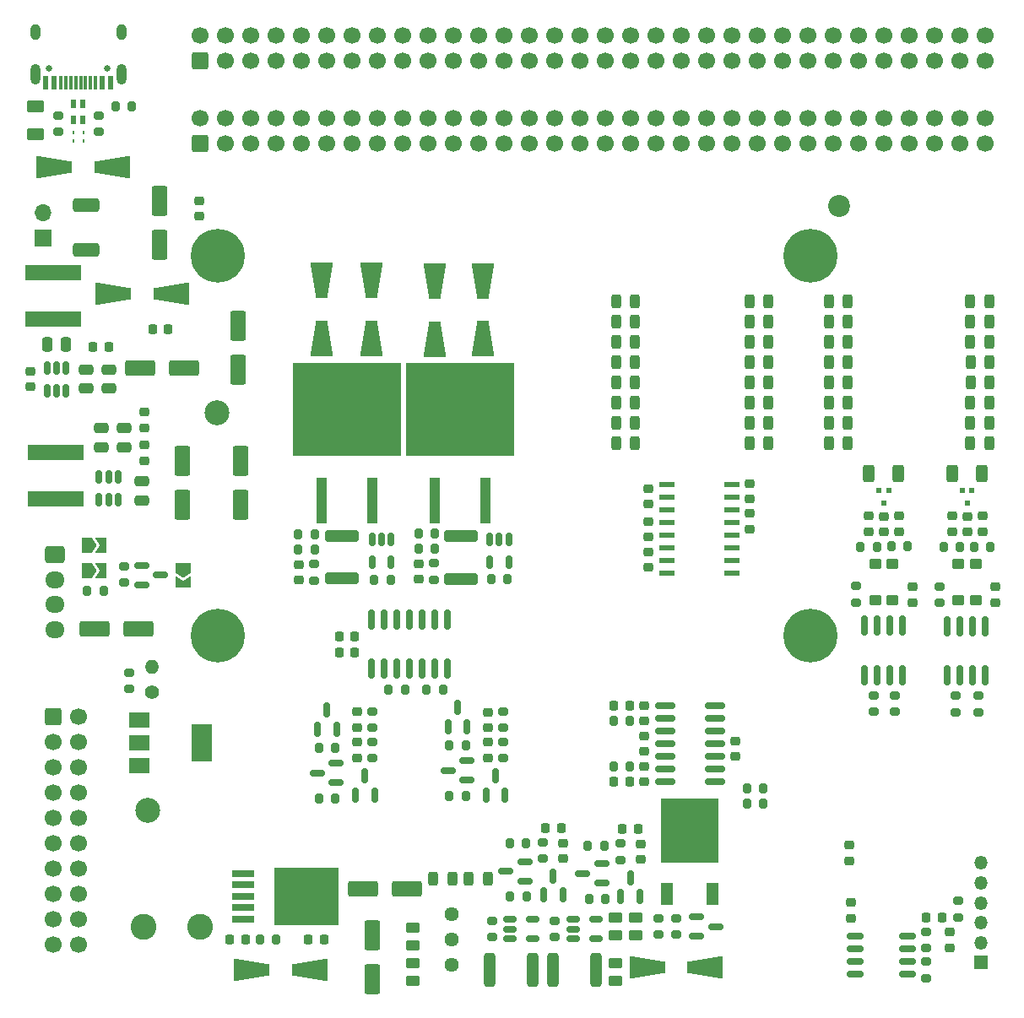
<source format=gbr>
%TF.GenerationSoftware,KiCad,Pcbnew,(6.0.5)*%
%TF.CreationDate,2022-06-26T15:42:30+08:00*%
%TF.ProjectId,lkt100a1,6c6b7431-3030-4613-912e-6b696361645f,rev?*%
%TF.SameCoordinates,Original*%
%TF.FileFunction,Soldermask,Top*%
%TF.FilePolarity,Negative*%
%FSLAX46Y46*%
G04 Gerber Fmt 4.6, Leading zero omitted, Abs format (unit mm)*
G04 Created by KiCad (PCBNEW (6.0.5)) date 2022-06-26 15:42:30*
%MOMM*%
%LPD*%
G01*
G04 APERTURE LIST*
G04 Aperture macros list*
%AMRoundRect*
0 Rectangle with rounded corners*
0 $1 Rounding radius*
0 $2 $3 $4 $5 $6 $7 $8 $9 X,Y pos of 4 corners*
0 Add a 4 corners polygon primitive as box body*
4,1,4,$2,$3,$4,$5,$6,$7,$8,$9,$2,$3,0*
0 Add four circle primitives for the rounded corners*
1,1,$1+$1,$2,$3*
1,1,$1+$1,$4,$5*
1,1,$1+$1,$6,$7*
1,1,$1+$1,$8,$9*
0 Add four rect primitives between the rounded corners*
20,1,$1+$1,$2,$3,$4,$5,0*
20,1,$1+$1,$4,$5,$6,$7,0*
20,1,$1+$1,$6,$7,$8,$9,0*
20,1,$1+$1,$8,$9,$2,$3,0*%
%AMOutline4P*
0 Free polygon, 4 corners , with rotation*
0 The origin of the aperture is its center*
0 number of corners: always 4*
0 $1 to $8 corner X, Y*
0 $9 Rotation angle, in degrees counterclockwise*
0 create outline with 4 corners*
4,1,4,$1,$2,$3,$4,$5,$6,$7,$8,$1,$2,$9*%
%AMFreePoly0*
4,1,6,1.000000,0.000000,0.500000,-0.750000,-0.500000,-0.750000,-0.500000,0.750000,0.500000,0.750000,1.000000,0.000000,1.000000,0.000000,$1*%
%AMFreePoly1*
4,1,6,0.500000,-0.750000,-0.650000,-0.750000,-0.150000,0.000000,-0.650000,0.750000,0.500000,0.750000,0.500000,-0.750000,0.500000,-0.750000,$1*%
G04 Aperture macros list end*
%ADD10RoundRect,0.243750X-0.243750X-0.456250X0.243750X-0.456250X0.243750X0.456250X-0.243750X0.456250X0*%
%ADD11RoundRect,0.200000X-0.200000X-0.275000X0.200000X-0.275000X0.200000X0.275000X-0.200000X0.275000X0*%
%ADD12R,1.100000X4.600000*%
%ADD13R,10.800000X9.400000*%
%ADD14RoundRect,0.150000X0.587500X0.150000X-0.587500X0.150000X-0.587500X-0.150000X0.587500X-0.150000X0*%
%ADD15FreePoly0,270.000000*%
%ADD16FreePoly1,270.000000*%
%ADD17RoundRect,0.225000X0.250000X-0.225000X0.250000X0.225000X-0.250000X0.225000X-0.250000X-0.225000X0*%
%ADD18C,0.650000*%
%ADD19R,0.600000X1.450000*%
%ADD20R,0.300000X1.450000*%
%ADD21O,1.000000X1.600000*%
%ADD22O,1.000000X2.100000*%
%ADD23C,2.200000*%
%ADD24RoundRect,0.225000X-0.225000X-0.250000X0.225000X-0.250000X0.225000X0.250000X-0.225000X0.250000X0*%
%ADD25RoundRect,0.200000X-0.275000X0.200000X-0.275000X-0.200000X0.275000X-0.200000X0.275000X0.200000X0*%
%ADD26FreePoly0,0.000000*%
%ADD27FreePoly1,0.000000*%
%ADD28RoundRect,0.225000X-0.250000X0.225000X-0.250000X-0.225000X0.250000X-0.225000X0.250000X0.225000X0*%
%ADD29Outline4P,-1.800000X-1.150000X1.800000X-0.550000X1.800000X0.550000X-1.800000X1.150000X180.000000*%
%ADD30Outline4P,-1.800000X-1.150000X1.800000X-0.550000X1.800000X0.550000X-1.800000X1.150000X0.000000*%
%ADD31RoundRect,0.225000X0.225000X0.250000X-0.225000X0.250000X-0.225000X-0.250000X0.225000X-0.250000X0*%
%ADD32C,1.440000*%
%ADD33RoundRect,0.250000X-0.450000X0.262500X-0.450000X-0.262500X0.450000X-0.262500X0.450000X0.262500X0*%
%ADD34RoundRect,0.250000X0.475000X-0.250000X0.475000X0.250000X-0.475000X0.250000X-0.475000X-0.250000X0*%
%ADD35RoundRect,0.025500X-0.229500X-0.354500X0.229500X-0.354500X0.229500X0.354500X-0.229500X0.354500X0*%
%ADD36RoundRect,0.250000X1.450000X-0.312500X1.450000X0.312500X-1.450000X0.312500X-1.450000X-0.312500X0*%
%ADD37R,1.700000X1.700000*%
%ADD38O,1.700000X1.700000*%
%ADD39RoundRect,0.250000X-1.250000X-0.550000X1.250000X-0.550000X1.250000X0.550000X-1.250000X0.550000X0*%
%ADD40R,0.250000X0.360000*%
%ADD41RoundRect,0.150000X0.150000X-0.825000X0.150000X0.825000X-0.150000X0.825000X-0.150000X-0.825000X0*%
%ADD42RoundRect,0.250000X-0.550000X1.250000X-0.550000X-1.250000X0.550000X-1.250000X0.550000X1.250000X0*%
%ADD43RoundRect,0.200000X0.200000X0.275000X-0.200000X0.275000X-0.200000X-0.275000X0.200000X-0.275000X0*%
%ADD44C,2.600000*%
%ADD45RoundRect,0.150000X0.675000X0.150000X-0.675000X0.150000X-0.675000X-0.150000X0.675000X-0.150000X0*%
%ADD46C,1.400000*%
%ADD47O,1.400000X1.400000*%
%ADD48RoundRect,0.200000X0.275000X-0.200000X0.275000X0.200000X-0.275000X0.200000X-0.275000X-0.200000X0*%
%ADD49RoundRect,0.250000X1.250000X0.550000X-1.250000X0.550000X-1.250000X-0.550000X1.250000X-0.550000X0*%
%ADD50RoundRect,0.243750X0.243750X0.456250X-0.243750X0.456250X-0.243750X-0.456250X0.243750X-0.456250X0*%
%ADD51RoundRect,0.250000X-0.312500X-1.450000X0.312500X-1.450000X0.312500X1.450000X-0.312500X1.450000X0*%
%ADD52RoundRect,0.250000X0.550000X-1.250000X0.550000X1.250000X-0.550000X1.250000X-0.550000X-1.250000X0*%
%ADD53RoundRect,0.150000X0.150000X-0.512500X0.150000X0.512500X-0.150000X0.512500X-0.150000X-0.512500X0*%
%ADD54RoundRect,0.150000X-0.512500X-0.150000X0.512500X-0.150000X0.512500X0.150000X-0.512500X0.150000X0*%
%ADD55RoundRect,0.250000X0.600000X-0.600000X0.600000X0.600000X-0.600000X0.600000X-0.600000X-0.600000X0*%
%ADD56C,1.700000*%
%ADD57RoundRect,0.250000X-1.075000X0.425000X-1.075000X-0.425000X1.075000X-0.425000X1.075000X0.425000X0*%
%ADD58R,0.500000X0.600000*%
%ADD59R,5.700000X1.600000*%
%ADD60RoundRect,0.150000X0.150000X-0.587500X0.150000X0.587500X-0.150000X0.587500X-0.150000X-0.587500X0*%
%ADD61C,0.800000*%
%ADD62C,5.400000*%
%ADD63RoundRect,0.050000X-0.525000X-0.450000X0.525000X-0.450000X0.525000X0.450000X-0.525000X0.450000X0*%
%ADD64Outline4P,-1.800000X-1.150000X1.800000X-0.550000X1.800000X0.550000X-1.800000X1.150000X90.000000*%
%ADD65Outline4P,-1.800000X-1.150000X1.800000X-0.550000X1.800000X0.550000X-1.800000X1.150000X270.000000*%
%ADD66RoundRect,0.250000X-0.312500X-0.625000X0.312500X-0.625000X0.312500X0.625000X-0.312500X0.625000X0*%
%ADD67RoundRect,0.250000X0.450000X-0.262500X0.450000X0.262500X-0.450000X0.262500X-0.450000X-0.262500X0*%
%ADD68R,2.000000X1.500000*%
%ADD69R,2.000000X3.800000*%
%ADD70C,2.500000*%
%ADD71R,2.200000X0.800000*%
%ADD72R,6.400000X5.800000*%
%ADD73R,1.200000X2.200000*%
%ADD74R,5.800000X6.400000*%
%ADD75RoundRect,0.150000X-0.587500X-0.150000X0.587500X-0.150000X0.587500X0.150000X-0.587500X0.150000X0*%
%ADD76RoundRect,0.250000X-0.625000X0.375000X-0.625000X-0.375000X0.625000X-0.375000X0.625000X0.375000X0*%
%ADD77RoundRect,0.150000X-0.150000X0.512500X-0.150000X-0.512500X0.150000X-0.512500X0.150000X0.512500X0*%
%ADD78RoundRect,0.250000X-0.250000X-0.475000X0.250000X-0.475000X0.250000X0.475000X-0.250000X0.475000X0*%
%ADD79RoundRect,0.150000X-0.825000X-0.150000X0.825000X-0.150000X0.825000X0.150000X-0.825000X0.150000X0*%
%ADD80RoundRect,0.250000X-0.725000X0.600000X-0.725000X-0.600000X0.725000X-0.600000X0.725000X0.600000X0*%
%ADD81O,1.950000X1.700000*%
%ADD82RoundRect,0.137500X-0.662500X-0.137500X0.662500X-0.137500X0.662500X0.137500X-0.662500X0.137500X0*%
%ADD83R,1.350000X1.350000*%
%ADD84O,1.350000X1.350000*%
%ADD85RoundRect,0.250000X-0.600000X-0.600000X0.600000X-0.600000X0.600000X0.600000X-0.600000X0.600000X0*%
G04 APERTURE END LIST*
D10*
%TO.C,D43*%
X156034500Y-68834000D03*
X157909500Y-68834000D03*
%TD*%
D11*
%TO.C,R131*%
X67450200Y-93878400D03*
X69100200Y-93878400D03*
%TD*%
D12*
%TO.C,Q11*%
X90973000Y-84785500D03*
D13*
X93513000Y-75635500D03*
D12*
X96053000Y-84785500D03*
%TD*%
D14*
%TO.C,Q9*%
X111338500Y-122933000D03*
X111338500Y-121033000D03*
X109463500Y-121983000D03*
%TD*%
D10*
%TO.C,D35*%
X156034500Y-64770000D03*
X157909500Y-64770000D03*
%TD*%
%TO.C,D40*%
X120525300Y-77012800D03*
X122400300Y-77012800D03*
%TD*%
D15*
%TO.C,JP12*%
X77114400Y-91578600D03*
D16*
X77114400Y-93028600D03*
%TD*%
D17*
%TO.C,C72*%
X133908800Y-87643000D03*
X133908800Y-86093000D03*
%TD*%
D18*
%TO.C,J2*%
X63658000Y-41462000D03*
X69438000Y-41462000D03*
D19*
X69798000Y-42907000D03*
X68998000Y-42907000D03*
D20*
X67798000Y-42907000D03*
X66798000Y-42907000D03*
X66298000Y-42907000D03*
X65298000Y-42907000D03*
D19*
X64098000Y-42907000D03*
X63298000Y-42907000D03*
X63298000Y-42907000D03*
X64098000Y-42907000D03*
D20*
X64798000Y-42907000D03*
X65798000Y-42907000D03*
X67298000Y-42907000D03*
X68298000Y-42907000D03*
D19*
X68998000Y-42907000D03*
X69798000Y-42907000D03*
D21*
X62228000Y-37812000D03*
D22*
X62228000Y-41992000D03*
X70868000Y-41992000D03*
D21*
X70868000Y-37812000D03*
%TD*%
D23*
%TO.C,H8*%
X142833600Y-55269409D03*
%TD*%
D24*
%TO.C,C8*%
X81775000Y-128778000D03*
X83325000Y-128778000D03*
%TD*%
D25*
%TO.C,R130*%
X71120000Y-91390800D03*
X71120000Y-93040800D03*
%TD*%
D11*
%TO.C,R35*%
X88624000Y-88154500D03*
X90274000Y-88154500D03*
%TD*%
D10*
%TO.C,D50*%
X141826000Y-72898000D03*
X143701000Y-72898000D03*
%TD*%
D26*
%TO.C,JP10*%
X67448600Y-89255600D03*
D27*
X68898600Y-89255600D03*
%TD*%
D28*
%TO.C,C68*%
X123748800Y-89916000D03*
X123748800Y-91466000D03*
%TD*%
D11*
%TO.C,R4*%
X90681000Y-114632500D03*
X92331000Y-114632500D03*
%TD*%
D29*
%TO.C,D3*%
X69956000Y-51308000D03*
D30*
X64156000Y-51308000D03*
%TD*%
D31*
%TO.C,C19*%
X121836607Y-105332809D03*
X120286607Y-105332809D03*
%TD*%
D17*
%TO.C,C15*%
X107635000Y-107546500D03*
X107635000Y-105996500D03*
%TD*%
%TO.C,C74*%
X148894800Y-87897000D03*
X148894800Y-86347000D03*
%TD*%
D10*
%TO.C,D36*%
X120525300Y-79044800D03*
X122400300Y-79044800D03*
%TD*%
D32*
%TO.C,RV1*%
X104013000Y-131318000D03*
X104013000Y-128778000D03*
X104013000Y-126238000D03*
%TD*%
D14*
%TO.C,Q7*%
X119047500Y-123124000D03*
X119047500Y-121224000D03*
X117172500Y-122174000D03*
%TD*%
D33*
%TO.C,R9*%
X100076000Y-131167500D03*
X100076000Y-132992500D03*
%TD*%
D14*
%TO.C,Q3*%
X105524500Y-112788500D03*
X105524500Y-110888500D03*
X103649500Y-111838500D03*
%TD*%
D34*
%TO.C,C25*%
X69621400Y-73533000D03*
X69621400Y-71633000D03*
%TD*%
D31*
%TO.C,C18*%
X121831400Y-112979200D03*
X120281400Y-112979200D03*
%TD*%
D35*
%TO.C,L1*%
X66113000Y-44958000D03*
X66113000Y-46628000D03*
X66983000Y-46628000D03*
X66983000Y-44958000D03*
%TD*%
D31*
%TO.C,C28*%
X114986000Y-117665000D03*
X113436000Y-117665000D03*
%TD*%
D36*
%TO.C,R42*%
X93005000Y-92578000D03*
X93005000Y-88303000D03*
%TD*%
D17*
%TO.C,C10*%
X107635000Y-110581500D03*
X107635000Y-109031500D03*
%TD*%
%TO.C,C9*%
X94554000Y-110581500D03*
X94554000Y-109031500D03*
%TD*%
D37*
%TO.C,J1*%
X62992000Y-58420000D03*
D38*
X62992000Y-55880000D03*
%TD*%
D39*
%TO.C,C6*%
X95082000Y-123698000D03*
X99482000Y-123698000D03*
%TD*%
D40*
%TO.C,D5*%
X67056000Y-47840000D03*
X67056000Y-48680000D03*
%TD*%
D41*
%TO.C,U25*%
X153746200Y-102347800D03*
X155016200Y-102347800D03*
X156286200Y-102347800D03*
X157556200Y-102347800D03*
X157556200Y-97397800D03*
X156286200Y-97397800D03*
X155016200Y-97397800D03*
X153746200Y-97397800D03*
%TD*%
D42*
%TO.C,C39*%
X82550000Y-67228000D03*
X82550000Y-71628000D03*
%TD*%
D11*
%TO.C,R37*%
X100672000Y-88101000D03*
X102322000Y-88101000D03*
%TD*%
D28*
%TO.C,C7*%
X78714600Y-54737000D03*
X78714600Y-56287000D03*
%TD*%
D10*
%TO.C,D39*%
X156034500Y-66802000D03*
X157909500Y-66802000D03*
%TD*%
D17*
%TO.C,C73*%
X157226000Y-87897000D03*
X157226000Y-86347000D03*
%TD*%
D24*
%TO.C,C1*%
X92760000Y-100039000D03*
X94310000Y-100039000D03*
%TD*%
D43*
%TO.C,R21*%
X99313000Y-103722000D03*
X97663000Y-103722000D03*
%TD*%
D28*
%TO.C,C33*%
X88709000Y-91189500D03*
X88709000Y-92739500D03*
%TD*%
D44*
%TO.C,L2*%
X73146006Y-127508000D03*
X78746006Y-127508000D03*
%TD*%
D45*
%TO.C,U23*%
X149691000Y-132257800D03*
X149691000Y-130987800D03*
X149691000Y-129717800D03*
X149691000Y-128447800D03*
X144441000Y-128447800D03*
X144441000Y-129717800D03*
X144441000Y-130987800D03*
X144441000Y-132257800D03*
%TD*%
D17*
%TO.C,C31*%
X115227000Y-120726000D03*
X115227000Y-119176000D03*
%TD*%
D11*
%TO.C,R27*%
X101473000Y-103722000D03*
X103123000Y-103722000D03*
%TD*%
D46*
%TO.C,TH1*%
X73964800Y-103988400D03*
D47*
X73964800Y-101448400D03*
%TD*%
D48*
%TO.C,R67*%
X151562800Y-129678700D03*
X151562800Y-128028700D03*
%TD*%
D43*
%TO.C,R25*%
X119316000Y-119380000D03*
X117666000Y-119380000D03*
%TD*%
D49*
%TO.C,C71*%
X72608800Y-97688400D03*
X68208800Y-97688400D03*
%TD*%
D10*
%TO.C,D57*%
X133858000Y-68834000D03*
X135733000Y-68834000D03*
%TD*%
D50*
%TO.C,D8*%
X104061500Y-122682000D03*
X102186500Y-122682000D03*
%TD*%
D25*
%TO.C,R29*%
X114300000Y-126937000D03*
X114300000Y-128587000D03*
%TD*%
D10*
%TO.C,D42*%
X141826000Y-68834000D03*
X143701000Y-68834000D03*
%TD*%
D14*
%TO.C,Q1*%
X92443500Y-113042500D03*
X92443500Y-111142500D03*
X90568500Y-112092500D03*
%TD*%
D43*
%TO.C,R17*%
X121881400Y-106883200D03*
X120231400Y-106883200D03*
%TD*%
D48*
%TO.C,R50*%
X126540000Y-128331000D03*
X126540000Y-126681000D03*
%TD*%
D34*
%TO.C,C24*%
X67335400Y-73533000D03*
X67335400Y-71633000D03*
%TD*%
D12*
%TO.C,Q12*%
X102346000Y-84768009D03*
D13*
X104886000Y-75618009D03*
D12*
X107426000Y-84768009D03*
%TD*%
D25*
%TO.C,R121*%
X152908000Y-93409000D03*
X152908000Y-95059000D03*
%TD*%
D29*
%TO.C,D15*%
X129440000Y-131570000D03*
D30*
X123640000Y-131570000D03*
%TD*%
D11*
%TO.C,R40*%
X117793000Y-124714000D03*
X119443000Y-124714000D03*
%TD*%
D43*
%TO.C,R26*%
X111480000Y-119189000D03*
X109830000Y-119189000D03*
%TD*%
D51*
%TO.C,R33*%
X114194500Y-131826000D03*
X118469500Y-131826000D03*
%TD*%
D52*
%TO.C,C17*%
X96012000Y-132756000D03*
X96012000Y-128356000D03*
%TD*%
D11*
%TO.C,R14*%
X103762000Y-109298500D03*
X105412000Y-109298500D03*
%TD*%
D53*
%TO.C,U5*%
X68646000Y-84703500D03*
X69596000Y-84703500D03*
X70546000Y-84703500D03*
X70546000Y-82428500D03*
X69596000Y-82428500D03*
X68646000Y-82428500D03*
%TD*%
D48*
%TO.C,R123*%
X148488400Y-105981000D03*
X148488400Y-104331000D03*
%TD*%
D17*
%TO.C,C14*%
X94554000Y-107533500D03*
X94554000Y-105983500D03*
%TD*%
D10*
%TO.C,D47*%
X156050000Y-70866000D03*
X157925000Y-70866000D03*
%TD*%
D49*
%TO.C,C35*%
X77130000Y-71460000D03*
X72730000Y-71460000D03*
%TD*%
D54*
%TO.C,U7*%
X116210500Y-126812000D03*
X116210500Y-127762000D03*
X116210500Y-128712000D03*
X118485500Y-128712000D03*
X118485500Y-126812000D03*
%TD*%
D10*
%TO.C,D7*%
X105742500Y-122682000D03*
X107617500Y-122682000D03*
%TD*%
D55*
%TO.C,J5*%
X78740000Y-49012500D03*
D56*
X78740000Y-46472500D03*
X81280000Y-49012500D03*
X81280000Y-46472500D03*
X83820000Y-49012500D03*
X83820000Y-46472500D03*
X86360000Y-49012500D03*
X86360000Y-46472500D03*
X88900000Y-49012500D03*
X88900000Y-46472500D03*
X91440000Y-49012500D03*
X91440000Y-46472500D03*
X93980000Y-49012500D03*
X93980000Y-46472500D03*
X96520000Y-49012500D03*
X96520000Y-46472500D03*
X99060000Y-49012500D03*
X99060000Y-46472500D03*
X101600000Y-49012500D03*
X101600000Y-46472500D03*
X104140000Y-49012500D03*
X104140000Y-46472500D03*
X106680000Y-49012500D03*
X106680000Y-46472500D03*
X109220000Y-49012500D03*
X109220000Y-46472500D03*
X111760000Y-49012500D03*
X111760000Y-46472500D03*
X114300000Y-49012500D03*
X114300000Y-46472500D03*
X116840000Y-49012500D03*
X116840000Y-46472500D03*
X119380000Y-49012500D03*
X119380000Y-46472500D03*
X121920000Y-49012500D03*
X121920000Y-46472500D03*
X124460000Y-49012500D03*
X124460000Y-46472500D03*
X127000000Y-49012500D03*
X127000000Y-46472500D03*
X129540000Y-49012500D03*
X129540000Y-46472500D03*
X132080000Y-49012500D03*
X132080000Y-46472500D03*
X134620000Y-49012500D03*
X134620000Y-46472500D03*
X137160000Y-49012500D03*
X137160000Y-46472500D03*
X139700000Y-49012500D03*
X139700000Y-46472500D03*
X142240000Y-49012500D03*
X142240000Y-46472500D03*
X144780000Y-49012500D03*
X144780000Y-46472500D03*
X147320000Y-49012500D03*
X147320000Y-46472500D03*
X149860000Y-49012500D03*
X149860000Y-46472500D03*
X152400000Y-49012500D03*
X152400000Y-46472500D03*
X154940000Y-49012500D03*
X154940000Y-46472500D03*
X157480000Y-49012500D03*
X157480000Y-46472500D03*
%TD*%
D57*
%TO.C,F1*%
X67310000Y-55154000D03*
X67310000Y-59654000D03*
%TD*%
D11*
%TO.C,R13*%
X90681000Y-109552500D03*
X92331000Y-109552500D03*
%TD*%
D58*
%TO.C,D67*%
X147870800Y-83728800D03*
X146870800Y-83728800D03*
X147370800Y-85028800D03*
%TD*%
D59*
%TO.C,L3*%
X64262000Y-79946000D03*
X64262000Y-84646000D03*
%TD*%
D60*
%TO.C,Q8*%
X120970000Y-124508500D03*
X122870000Y-124508500D03*
X121920000Y-122633500D03*
%TD*%
D40*
%TO.C,D4*%
X66040000Y-47840000D03*
X66040000Y-48680000D03*
%TD*%
D48*
%TO.C,R15*%
X108077000Y-128587000D03*
X108077000Y-126937000D03*
%TD*%
D55*
%TO.C,J4*%
X78740000Y-40640000D03*
D56*
X78740000Y-38100000D03*
X81280000Y-40640000D03*
X81280000Y-38100000D03*
X83820000Y-40640000D03*
X83820000Y-38100000D03*
X86360000Y-40640000D03*
X86360000Y-38100000D03*
X88900000Y-40640000D03*
X88900000Y-38100000D03*
X91440000Y-40640000D03*
X91440000Y-38100000D03*
X93980000Y-40640000D03*
X93980000Y-38100000D03*
X96520000Y-40640000D03*
X96520000Y-38100000D03*
X99060000Y-40640000D03*
X99060000Y-38100000D03*
X101600000Y-40640000D03*
X101600000Y-38100000D03*
X104140000Y-40640000D03*
X104140000Y-38100000D03*
X106680000Y-40640000D03*
X106680000Y-38100000D03*
X109220000Y-40640000D03*
X109220000Y-38100000D03*
X111760000Y-40640000D03*
X111760000Y-38100000D03*
X114300000Y-40640000D03*
X114300000Y-38100000D03*
X116840000Y-40640000D03*
X116840000Y-38100000D03*
X119380000Y-40640000D03*
X119380000Y-38100000D03*
X121920000Y-40640000D03*
X121920000Y-38100000D03*
X124460000Y-40640000D03*
X124460000Y-38100000D03*
X127000000Y-40640000D03*
X127000000Y-38100000D03*
X129540000Y-40640000D03*
X129540000Y-38100000D03*
X132080000Y-40640000D03*
X132080000Y-38100000D03*
X134620000Y-40640000D03*
X134620000Y-38100000D03*
X137160000Y-40640000D03*
X137160000Y-38100000D03*
X139700000Y-40640000D03*
X139700000Y-38100000D03*
X142240000Y-40640000D03*
X142240000Y-38100000D03*
X144780000Y-40640000D03*
X144780000Y-38100000D03*
X147320000Y-40640000D03*
X147320000Y-38100000D03*
X149860000Y-40640000D03*
X149860000Y-38100000D03*
X152400000Y-40640000D03*
X152400000Y-38100000D03*
X154940000Y-40640000D03*
X154940000Y-38100000D03*
X157480000Y-40640000D03*
X157480000Y-38100000D03*
%TD*%
D28*
%TO.C,C13*%
X61747400Y-71821000D03*
X61747400Y-73371000D03*
%TD*%
D10*
%TO.C,D58*%
X141826000Y-76962000D03*
X143701000Y-76962000D03*
%TD*%
D17*
%TO.C,C36*%
X73152000Y-77483000D03*
X73152000Y-75933000D03*
%TD*%
D61*
%TO.C,H3*%
X138522109Y-96866109D03*
X141979000Y-98298000D03*
D62*
X139954000Y-98298000D03*
D61*
X141385891Y-96866109D03*
X139954000Y-96273000D03*
X139954000Y-100323000D03*
X138522109Y-99729891D03*
X137929000Y-98298000D03*
X141385891Y-99729891D03*
%TD*%
D60*
%TO.C,Q5*%
X90556000Y-107696000D03*
X92456000Y-107696000D03*
X91506000Y-105821000D03*
%TD*%
%TO.C,Q4*%
X107447000Y-114300000D03*
X109347000Y-114300000D03*
X108397000Y-112425000D03*
%TD*%
D17*
%TO.C,C70*%
X145846800Y-87897000D03*
X145846800Y-86347000D03*
%TD*%
D11*
%TO.C,R41*%
X109893000Y-124523000D03*
X111543000Y-124523000D03*
%TD*%
D36*
%TO.C,R43*%
X104965000Y-92651500D03*
X104965000Y-88376500D03*
%TD*%
D34*
%TO.C,C29*%
X71120000Y-79436000D03*
X71120000Y-77536000D03*
%TD*%
D43*
%TO.C,R127*%
X158051000Y-89408000D03*
X156401000Y-89408000D03*
%TD*%
D52*
%TO.C,C5*%
X74676000Y-59096000D03*
X74676000Y-54696000D03*
%TD*%
D10*
%TO.C,D41*%
X133858000Y-76962000D03*
X135733000Y-76962000D03*
%TD*%
D17*
%TO.C,C55*%
X144018000Y-126657400D03*
X144018000Y-125107400D03*
%TD*%
D63*
%TO.C,L5*%
X154837000Y-91124000D03*
X154837000Y-94804000D03*
X156567000Y-94804000D03*
X156567000Y-91124000D03*
%TD*%
D10*
%TO.C,D52*%
X120525300Y-70916800D03*
X122400300Y-70916800D03*
%TD*%
D64*
%TO.C,D11*%
X90995000Y-68522000D03*
D65*
X90995000Y-62722000D03*
%TD*%
D41*
%TO.C,U1*%
X95949000Y-101649000D03*
X97219000Y-101649000D03*
X98489000Y-101649000D03*
X99759000Y-101649000D03*
X101029000Y-101649000D03*
X102299000Y-101649000D03*
X103569000Y-101649000D03*
X103569000Y-96699000D03*
X102299000Y-96699000D03*
X101029000Y-96699000D03*
X99759000Y-96699000D03*
X98489000Y-96699000D03*
X97219000Y-96699000D03*
X95949000Y-96699000D03*
%TD*%
D33*
%TO.C,R44*%
X120444000Y-126595500D03*
X120444000Y-128420500D03*
%TD*%
D17*
%TO.C,C4*%
X132419600Y-110425809D03*
X132419600Y-108875809D03*
%TD*%
D66*
%TO.C,R133*%
X145857500Y-82042000D03*
X148782500Y-82042000D03*
%TD*%
D29*
%TO.C,D6*%
X89768000Y-131826000D03*
D30*
X83968000Y-131826000D03*
%TD*%
D11*
%TO.C,R5*%
X103762000Y-114378500D03*
X105412000Y-114378500D03*
%TD*%
D10*
%TO.C,D38*%
X141826000Y-66802000D03*
X143701000Y-66802000D03*
%TD*%
%TO.C,D60*%
X120525300Y-66852800D03*
X122400300Y-66852800D03*
%TD*%
%TO.C,D65*%
X133858000Y-64770000D03*
X135733000Y-64770000D03*
%TD*%
D67*
%TO.C,R48*%
X122476000Y-128418500D03*
X122476000Y-126593500D03*
%TD*%
D28*
%TO.C,C67*%
X133908800Y-83058000D03*
X133908800Y-84608000D03*
%TD*%
D11*
%TO.C,R36*%
X100672000Y-89625000D03*
X102322000Y-89625000D03*
%TD*%
D34*
%TO.C,C11*%
X72898000Y-84770000D03*
X72898000Y-82870000D03*
%TD*%
D48*
%TO.C,R31*%
X113195000Y-120713000D03*
X113195000Y-119063000D03*
%TD*%
D43*
%TO.C,R1*%
X71945000Y-45212000D03*
X70295000Y-45212000D03*
%TD*%
D51*
%TO.C,R20*%
X107844500Y-131826000D03*
X112119500Y-131826000D03*
%TD*%
D10*
%TO.C,D64*%
X120525300Y-64820800D03*
X122400300Y-64820800D03*
%TD*%
D11*
%TO.C,R125*%
X153353000Y-89408000D03*
X155003000Y-89408000D03*
%TD*%
D17*
%TO.C,C69*%
X154178000Y-87897000D03*
X154178000Y-86347000D03*
%TD*%
D64*
%TO.C,D12*%
X107121200Y-68558009D03*
D65*
X107121200Y-62758009D03*
%TD*%
D43*
%TO.C,R16*%
X121881400Y-111455200D03*
X120231400Y-111455200D03*
%TD*%
D31*
%TO.C,C27*%
X122695000Y-117729000D03*
X121145000Y-117729000D03*
%TD*%
D17*
%TO.C,C63*%
X150215600Y-95009000D03*
X150215600Y-93459000D03*
%TD*%
D10*
%TO.C,D46*%
X141826000Y-70866000D03*
X143701000Y-70866000D03*
%TD*%
D11*
%TO.C,R47*%
X107950000Y-92673000D03*
X109600000Y-92673000D03*
%TD*%
D43*
%TO.C,R128*%
X149770600Y-89357200D03*
X148120600Y-89357200D03*
%TD*%
D10*
%TO.C,D51*%
X156050000Y-72898000D03*
X157925000Y-72898000D03*
%TD*%
D11*
%TO.C,R34*%
X88624000Y-89678500D03*
X90274000Y-89678500D03*
%TD*%
D68*
%TO.C,U12*%
X72643600Y-106767600D03*
X72643600Y-109067600D03*
D69*
X78943600Y-109067600D03*
D68*
X72643600Y-111367600D03*
%TD*%
D41*
%TO.C,U26*%
X145415000Y-102297000D03*
X146685000Y-102297000D03*
X147955000Y-102297000D03*
X149225000Y-102297000D03*
X149225000Y-97347000D03*
X147955000Y-97347000D03*
X146685000Y-97347000D03*
X145415000Y-97347000D03*
%TD*%
D48*
%TO.C,R66*%
X151562800Y-132675900D03*
X151562800Y-131025900D03*
%TD*%
%TO.C,R119*%
X154533600Y-106031800D03*
X154533600Y-104381800D03*
%TD*%
D64*
%TO.C,D13*%
X95948000Y-68522000D03*
D65*
X95948000Y-62722000D03*
%TD*%
D60*
%TO.C,Q2*%
X94366000Y-114300000D03*
X96266000Y-114300000D03*
X95316000Y-112425000D03*
%TD*%
D31*
%TO.C,C56*%
X153175000Y-126593600D03*
X151625000Y-126593600D03*
%TD*%
D48*
%TO.C,R129*%
X71628000Y-103695000D03*
X71628000Y-102045000D03*
%TD*%
D34*
%TO.C,C26*%
X68834000Y-79436000D03*
X68834000Y-77536000D03*
%TD*%
D25*
%TO.C,R2*%
X68580000Y-46165000D03*
X68580000Y-47815000D03*
%TD*%
D60*
%TO.C,Q6*%
X103637000Y-107442000D03*
X105537000Y-107442000D03*
X104587000Y-105567000D03*
%TD*%
D17*
%TO.C,C21*%
X123342400Y-112992200D03*
X123342400Y-111442200D03*
%TD*%
%TO.C,C30*%
X122936000Y-120790000D03*
X122936000Y-119240000D03*
%TD*%
D70*
%TO.C,H2*%
X73507600Y-115874800D03*
%TD*%
D28*
%TO.C,C22*%
X123342400Y-105346200D03*
X123342400Y-106896200D03*
%TD*%
D48*
%TO.C,R7*%
X96078000Y-110631500D03*
X96078000Y-108981500D03*
%TD*%
%TO.C,R8*%
X109159000Y-110631500D03*
X109159000Y-108981500D03*
%TD*%
D25*
%TO.C,R3*%
X64516000Y-46165000D03*
X64516000Y-47815000D03*
%TD*%
D48*
%TO.C,R49*%
X124762000Y-128331000D03*
X124762000Y-126681000D03*
%TD*%
D31*
%TO.C,C20*%
X69609000Y-69342000D03*
X68059000Y-69342000D03*
%TD*%
D28*
%TO.C,C12*%
X73152000Y-79235000D03*
X73152000Y-80785000D03*
%TD*%
D48*
%TO.C,R11*%
X96078000Y-107583500D03*
X96078000Y-105933500D03*
%TD*%
D17*
%TO.C,C62*%
X158496000Y-95009000D03*
X158496000Y-93459000D03*
%TD*%
D25*
%TO.C,R39*%
X102259000Y-91086000D03*
X102259000Y-92736000D03*
%TD*%
D71*
%TO.C,U3*%
X83108000Y-122180000D03*
X83108000Y-123320000D03*
X83108000Y-124460000D03*
X83108000Y-125600000D03*
X83108000Y-126740000D03*
D72*
X89408000Y-124460000D03*
%TD*%
D43*
%TO.C,R68*%
X135292600Y-113689409D03*
X133642600Y-113689409D03*
%TD*%
D24*
%TO.C,C16*%
X89636000Y-128778000D03*
X91186000Y-128778000D03*
%TD*%
D10*
%TO.C,D49*%
X133858000Y-72898000D03*
X135733000Y-72898000D03*
%TD*%
D73*
%TO.C,Q13*%
X125609000Y-124215000D03*
D74*
X127889000Y-117915000D03*
D73*
X130169000Y-124215000D03*
%TD*%
D25*
%TO.C,R38*%
X90211000Y-91139500D03*
X90211000Y-92789500D03*
%TD*%
D75*
%TO.C,Q15*%
X72925700Y-91316600D03*
X72925700Y-93216600D03*
X74800700Y-92266600D03*
%TD*%
D48*
%TO.C,R120*%
X156870400Y-106031800D03*
X156870400Y-104381800D03*
%TD*%
D76*
%TO.C,F2*%
X62230000Y-45206000D03*
X62230000Y-48006000D03*
%TD*%
D17*
%TO.C,C65*%
X147370800Y-87910000D03*
X147370800Y-86360000D03*
%TD*%
D10*
%TO.C,D55*%
X156034500Y-74930000D03*
X157909500Y-74930000D03*
%TD*%
D24*
%TO.C,C37*%
X74028000Y-67564000D03*
X75578000Y-67564000D03*
%TD*%
D64*
%TO.C,D14*%
X102298000Y-68583409D03*
D65*
X102298000Y-62783409D03*
%TD*%
D10*
%TO.C,D53*%
X133858000Y-70866000D03*
X135733000Y-70866000D03*
%TD*%
D17*
%TO.C,C61*%
X123748798Y-85116000D03*
X123748798Y-83566000D03*
%TD*%
D10*
%TO.C,D45*%
X133858000Y-74930000D03*
X135733000Y-74930000D03*
%TD*%
D59*
%TO.C,L4*%
X64008000Y-66612000D03*
X64008000Y-61912000D03*
%TD*%
D54*
%TO.C,U6*%
X109860500Y-126812000D03*
X109860500Y-127762000D03*
X109860500Y-128712000D03*
X112135500Y-128712000D03*
X112135500Y-126812000D03*
%TD*%
D17*
%TO.C,C60*%
X143916400Y-120916009D03*
X143916400Y-119366009D03*
%TD*%
D61*
%TO.C,H7*%
X79086109Y-58766109D03*
X81949891Y-61629891D03*
X80518000Y-58173000D03*
X79086109Y-61629891D03*
X81949891Y-58766109D03*
X78493000Y-60198000D03*
X80518000Y-62223000D03*
D62*
X80518000Y-60198000D03*
D61*
X82543000Y-60198000D03*
%TD*%
D17*
%TO.C,C54*%
X153958800Y-129628209D03*
X153958800Y-128078209D03*
%TD*%
D28*
%TO.C,C66*%
X123748798Y-86868000D03*
X123748798Y-88418000D03*
%TD*%
D77*
%TO.C,U11*%
X109725000Y-88662500D03*
X108775000Y-88662500D03*
X107825000Y-88662500D03*
X107825000Y-90937500D03*
X109725000Y-90937500D03*
%TD*%
D10*
%TO.C,D62*%
X141826000Y-78994000D03*
X143701000Y-78994000D03*
%TD*%
%TO.C,D59*%
X156034500Y-76962000D03*
X157909500Y-76962000D03*
%TD*%
D48*
%TO.C,R12*%
X109159000Y-107583500D03*
X109159000Y-105933500D03*
%TD*%
D11*
%TO.C,R126*%
X145021800Y-89408000D03*
X146671800Y-89408000D03*
%TD*%
D10*
%TO.C,D56*%
X120525300Y-68884800D03*
X122400300Y-68884800D03*
%TD*%
D78*
%TO.C,C23*%
X63439000Y-69088000D03*
X65339000Y-69088000D03*
%TD*%
D48*
%TO.C,R122*%
X146304000Y-105981000D03*
X146304000Y-104331000D03*
%TD*%
D26*
%TO.C,JP11*%
X67462400Y-91846400D03*
D27*
X68912400Y-91846400D03*
%TD*%
D42*
%TO.C,C32*%
X76962000Y-80845000D03*
X76962000Y-85245000D03*
%TD*%
D17*
%TO.C,C3*%
X123342400Y-109944200D03*
X123342400Y-108394200D03*
%TD*%
D25*
%TO.C,R118*%
X154822400Y-124929409D03*
X154822400Y-126579409D03*
%TD*%
D66*
%TO.C,R132*%
X154239500Y-82042000D03*
X157164500Y-82042000D03*
%TD*%
D28*
%TO.C,C34*%
X100735000Y-91136000D03*
X100735000Y-92686000D03*
%TD*%
D10*
%TO.C,D37*%
X133858000Y-78994000D03*
X135733000Y-78994000D03*
%TD*%
D60*
%TO.C,Q10*%
X113261000Y-124366000D03*
X115161000Y-124366000D03*
X114211000Y-122491000D03*
%TD*%
D10*
%TO.C,D63*%
X156034500Y-78994000D03*
X157909500Y-78994000D03*
%TD*%
D58*
%TO.C,D66*%
X156202000Y-83728800D03*
X155202000Y-83728800D03*
X155702000Y-85028800D03*
%TD*%
D11*
%TO.C,R46*%
X96244000Y-92726500D03*
X97894000Y-92726500D03*
%TD*%
D10*
%TO.C,D44*%
X120525300Y-74980800D03*
X122400300Y-74980800D03*
%TD*%
D33*
%TO.C,R45*%
X120444000Y-131167500D03*
X120444000Y-132992500D03*
%TD*%
D24*
%TO.C,C2*%
X92760000Y-98388000D03*
X94310000Y-98388000D03*
%TD*%
D11*
%TO.C,R6*%
X84773000Y-128778000D03*
X86423000Y-128778000D03*
%TD*%
D77*
%TO.C,U10*%
X97953000Y-88662500D03*
X97003000Y-88662500D03*
X96053000Y-88662500D03*
X96053000Y-90937500D03*
X97953000Y-90937500D03*
%TD*%
D17*
%TO.C,C64*%
X155702000Y-87910000D03*
X155702000Y-86360000D03*
%TD*%
D10*
%TO.C,D34*%
X141826000Y-64770000D03*
X143701000Y-64770000D03*
%TD*%
D53*
%TO.C,U4*%
X63439000Y-73756100D03*
X64389000Y-73756100D03*
X65339000Y-73756100D03*
X65339000Y-71481100D03*
X64389000Y-71481100D03*
X63439000Y-71481100D03*
%TD*%
D61*
%TO.C,H1*%
X139954000Y-62223000D03*
D62*
X139954000Y-60198000D03*
D61*
X141979000Y-60198000D03*
X137929000Y-60198000D03*
X141385891Y-58766109D03*
X139954000Y-58173000D03*
X141385891Y-61629891D03*
X138522109Y-58766109D03*
X138522109Y-61629891D03*
%TD*%
%TO.C,H5*%
X80518000Y-100323000D03*
X79086109Y-99729891D03*
X81949891Y-99729891D03*
X78493000Y-98298000D03*
X82543000Y-98298000D03*
X79086109Y-96866109D03*
X80518000Y-96273000D03*
D62*
X80518000Y-98298000D03*
D61*
X81949891Y-96866109D03*
%TD*%
D10*
%TO.C,D54*%
X141826000Y-74930000D03*
X143701000Y-74930000D03*
%TD*%
D63*
%TO.C,L6*%
X146505800Y-91124000D03*
X146505800Y-94804000D03*
X148235800Y-94804000D03*
X148235800Y-91124000D03*
%TD*%
D79*
%TO.C,U2*%
X125439400Y-105359200D03*
X125439400Y-106629200D03*
X125439400Y-107899200D03*
X125439400Y-109169200D03*
X125439400Y-110439200D03*
X125439400Y-111709200D03*
X125439400Y-112979200D03*
X130389400Y-112979200D03*
X130389400Y-111709200D03*
X130389400Y-110439200D03*
X130389400Y-109169200D03*
X130389400Y-107899200D03*
X130389400Y-106629200D03*
X130389400Y-105359200D03*
%TD*%
D25*
%TO.C,R124*%
X144576800Y-93358200D03*
X144576800Y-95008200D03*
%TD*%
D10*
%TO.C,D48*%
X120525300Y-72948800D03*
X122400300Y-72948800D03*
%TD*%
D48*
%TO.C,R30*%
X120904000Y-120840000D03*
X120904000Y-119190000D03*
%TD*%
D29*
%TO.C,D1*%
X75883600Y-64057809D03*
D30*
X70083600Y-64057809D03*
%TD*%
D80*
%TO.C,J7*%
X64181000Y-90230000D03*
D81*
X64181000Y-92730000D03*
X64181000Y-95230000D03*
X64181000Y-97730000D03*
%TD*%
D82*
%TO.C,U27*%
X125578798Y-83198000D03*
X125578798Y-84468000D03*
X125578798Y-85738000D03*
X125578798Y-87008000D03*
X125578798Y-88278000D03*
X125578798Y-89548000D03*
X125578798Y-90818000D03*
X125578798Y-92088000D03*
X132078798Y-92088000D03*
X132078798Y-90818000D03*
X132078798Y-89548000D03*
X132078798Y-88278000D03*
X132078798Y-87008000D03*
X132078798Y-85738000D03*
X132078798Y-84468000D03*
X132078798Y-83198000D03*
%TD*%
D70*
%TO.C,H4*%
X80467200Y-75995809D03*
%TD*%
D43*
%TO.C,R65*%
X135292600Y-115213409D03*
X133642600Y-115213409D03*
%TD*%
D33*
%TO.C,R10*%
X100076000Y-127611500D03*
X100076000Y-129436500D03*
%TD*%
D83*
%TO.C,J3*%
X157124400Y-131136400D03*
D84*
X157124400Y-129136400D03*
X157124400Y-127136400D03*
X157124400Y-125136400D03*
X157124400Y-123136400D03*
X157124400Y-121136400D03*
%TD*%
D42*
%TO.C,C38*%
X82804000Y-80845000D03*
X82804000Y-85245000D03*
%TD*%
D85*
%TO.C,J6*%
X64017500Y-106426000D03*
D56*
X66557500Y-106426000D03*
X64017500Y-108966000D03*
X66557500Y-108966000D03*
X64017500Y-111506000D03*
X66557500Y-111506000D03*
X64017500Y-114046000D03*
X66557500Y-114046000D03*
X64017500Y-116586000D03*
X66557500Y-116586000D03*
X64017500Y-119126000D03*
X66557500Y-119126000D03*
X64017500Y-121666000D03*
X66557500Y-121666000D03*
X64017500Y-124206000D03*
X66557500Y-124206000D03*
X64017500Y-126746000D03*
X66557500Y-126746000D03*
X64017500Y-129286000D03*
X66557500Y-129286000D03*
%TD*%
D10*
%TO.C,D61*%
X133858000Y-66802000D03*
X135733000Y-66802000D03*
%TD*%
D75*
%TO.C,Q14*%
X128602500Y-126558000D03*
X128602500Y-128458000D03*
X130477500Y-127508000D03*
%TD*%
M02*

</source>
